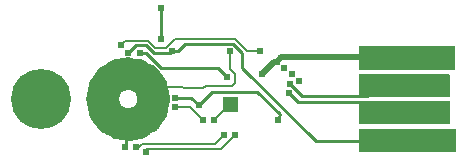
<source format=gbl>
G04 Layer: BottomLayer*
G04 EasyEDA v6.3.53, 2020-06-10T18:14:14+08:00*
G04 70510a8a35ed4085a1cd130cdd61ad63,2a3559ba94084103b258dd4c46581d95,10*
G04 Gerber Generator version 0.2*
G04 Scale: 100 percent, Rotated: No, Reflected: No *
G04 Dimensions in inches *
G04 leading zeros omitted , absolute positions ,2 integer and 4 decimal *
%FSLAX24Y24*%
%MOIN*%
G90*
G70D02*

%ADD10C,0.010000*%
%ADD12C,0.006000*%
%ADD15C,0.024000*%
%ADD29C,0.200000*%
%ADD30C,0.020000*%
%ADD31C,0.110000*%

%LPD*%
G36*
G01X16183Y6634D02*
G01X13023Y6634D01*
G01X13018Y6633D01*
G01X13012Y6631D01*
G01X13007Y6628D01*
G01X13003Y6625D01*
G01X12999Y6621D01*
G01X12995Y6616D01*
G01X12991Y6606D01*
G01X12989Y6600D01*
G01X12989Y5881D01*
G01X12991Y5876D01*
G01X12993Y5870D01*
G01X12995Y5865D01*
G01X13007Y5853D01*
G01X13012Y5851D01*
G01X13018Y5849D01*
G01X13023Y5847D01*
G01X16183Y5847D01*
G01X16189Y5849D01*
G01X16199Y5853D01*
G01X16203Y5857D01*
G01X16208Y5861D01*
G01X16211Y5865D01*
G01X16214Y5870D01*
G01X16216Y5876D01*
G01X16217Y5881D01*
G01X16217Y6600D01*
G01X16216Y6606D01*
G01X16214Y6611D01*
G01X16208Y6621D01*
G01X16203Y6625D01*
G01X16199Y6628D01*
G01X16194Y6631D01*
G01X16189Y6633D01*
G01X16183Y6634D01*
G37*

%LPD*%
G36*
G01X15986Y5709D02*
G01X13023Y5709D01*
G01X13018Y5708D01*
G01X13012Y5706D01*
G01X13007Y5703D01*
G01X12995Y5691D01*
G01X12993Y5686D01*
G01X12991Y5680D01*
G01X12989Y5675D01*
G01X12989Y4956D01*
G01X12991Y4951D01*
G01X12993Y4945D01*
G01X12995Y4940D01*
G01X13007Y4928D01*
G01X13012Y4925D01*
G01X13018Y4923D01*
G01X13023Y4922D01*
G01X15986Y4922D01*
G01X15992Y4923D01*
G01X15997Y4925D01*
G01X16002Y4928D01*
G01X16007Y4932D01*
G01X16011Y4936D01*
G01X16014Y4940D01*
G01X16017Y4945D01*
G01X16019Y4951D01*
G01X16020Y4956D01*
G01X16020Y5675D01*
G01X16019Y5680D01*
G01X16017Y5686D01*
G01X16014Y5691D01*
G01X16011Y5695D01*
G01X16007Y5699D01*
G01X16002Y5703D01*
G01X15997Y5706D01*
G01X15992Y5708D01*
G01X15986Y5709D01*
G37*

%LPD*%
G36*
G01X15986Y4815D02*
G01X13035Y4815D01*
G01X13023Y4813D01*
G01X13018Y4811D01*
G01X13013Y4808D01*
G01X13009Y4805D01*
G01X13004Y4801D01*
G01X12998Y4791D01*
G01X12996Y4786D01*
G01X12995Y4781D01*
G01X12995Y4062D01*
G01X12996Y4056D01*
G01X12998Y4051D01*
G01X13004Y4041D01*
G01X13009Y4037D01*
G01X13013Y4034D01*
G01X13018Y4031D01*
G01X13023Y4029D01*
G01X13035Y4027D01*
G01X15986Y4027D01*
G01X15992Y4028D01*
G01X15997Y4029D01*
G01X16003Y4031D01*
G01X16008Y4034D01*
G01X16012Y4037D01*
G01X16016Y4041D01*
G01X16020Y4046D01*
G01X16023Y4051D01*
G01X16025Y4056D01*
G01X16026Y4062D01*
G01X16026Y4781D01*
G01X16025Y4786D01*
G01X16023Y4791D01*
G01X16020Y4796D01*
G01X16016Y4801D01*
G01X16012Y4805D01*
G01X16008Y4808D01*
G01X16003Y4811D01*
G01X15997Y4813D01*
G01X15992Y4814D01*
G01X15986Y4815D01*
G37*

%LPD*%
G36*
G01X16190Y3877D02*
G01X13030Y3877D01*
G01X13025Y3876D01*
G01X13019Y3874D01*
G01X13014Y3871D01*
G01X13010Y3868D01*
G01X13006Y3864D01*
G01X13002Y3859D01*
G01X12998Y3849D01*
G01X12996Y3843D01*
G01X12996Y3124D01*
G01X12998Y3119D01*
G01X13000Y3113D01*
G01X13002Y3108D01*
G01X13014Y3096D01*
G01X13019Y3094D01*
G01X13025Y3092D01*
G01X13030Y3090D01*
G01X16190Y3090D01*
G01X16196Y3092D01*
G01X16206Y3096D01*
G01X16210Y3100D01*
G01X16215Y3104D01*
G01X16218Y3108D01*
G01X16221Y3113D01*
G01X16223Y3119D01*
G01X16224Y3124D01*
G01X16224Y3843D01*
G01X16223Y3849D01*
G01X16221Y3854D01*
G01X16215Y3864D01*
G01X16210Y3868D01*
G01X16206Y3871D01*
G01X16201Y3874D01*
G01X16196Y3876D01*
G01X16190Y3877D01*
G37*

%LPD*%
G54D12*
G01X7156Y5223D02*
G01X7107Y5272D01*
G01X6050Y5272D01*
G01X5246Y5717D01*
G54D30*
G01X10256Y6116D02*
G01X10406Y6266D01*
G01X14156Y6266D01*
G01X14156Y5967D01*
G54D12*
G01X6856Y4616D02*
G01X7356Y4616D01*
G01X7556Y4416D01*
G01X7806Y4166D01*
G54D10*
G01X6856Y4916D02*
G01X7406Y4916D01*
G01X7656Y4666D01*
G01X10306Y4166D02*
G01X10356Y4367D01*
G01X9606Y5117D01*
G01X8107Y5117D01*
G01X7656Y4666D01*
G01X5206Y3266D02*
G01X5239Y3299D01*
G01X5239Y4020D01*
G01X6756Y6466D02*
G01X6956Y6466D01*
G01X7206Y6716D01*
G01X8806Y6716D01*
G01X9106Y6416D01*
G01X9106Y5916D01*
G01X11556Y3466D01*
G01X14106Y3466D01*
G01X5306Y6416D02*
G01X5556Y6666D01*
G01X5906Y6666D01*
G01X6156Y6416D01*
G01X6706Y6416D01*
G01X6756Y6466D01*
G54D12*
G01X9696Y6466D02*
G01X9256Y6466D01*
G01X8856Y6866D01*
G01X6856Y6866D01*
G01X6556Y6566D01*
G01X6206Y6566D01*
G01X5956Y6816D01*
G01X5206Y6816D01*
G01X5056Y6666D01*
G01X5756Y3366D02*
G01X6006Y3366D01*
G01X6056Y3366D01*
G01X5556Y3266D02*
G01X5656Y3266D01*
G01X5756Y3366D01*
G01X8506Y3666D02*
G01X8206Y3366D01*
G01X6056Y3366D01*
G01X6056Y3366D01*
G01X5906Y3116D02*
G01X5906Y3216D01*
G01X8405Y3216D01*
G01X8856Y3667D01*
G54D30*
G01X9756Y5717D02*
G01X10155Y6116D01*
G01X10256Y6116D01*
G54D10*
G01X10706Y5367D02*
G01X11106Y4967D01*
G01X13306Y4967D01*
G01X13306Y5017D01*
G01X10656Y5117D02*
G01X10656Y5067D01*
G01X10956Y4767D01*
G01X14856Y4767D01*
G01X14856Y4417D01*
G01X6406Y7917D02*
G01X6406Y6867D01*
G54D12*
G01X8156Y4167D02*
G01X8686Y4697D01*
G01X8723Y4697D01*
G54D10*
G01X5706Y6416D02*
G01X5906Y6416D01*
G01X6405Y5917D01*
G01X8306Y5917D01*
G01X8606Y5617D01*
G54D12*
G01X8706Y6467D02*
G01X8706Y5866D01*
G01X8856Y5716D01*
G01X8856Y5416D01*
G01X8756Y5316D01*
G01X7906Y5316D01*
G01X7814Y5223D01*
G01X7156Y5223D01*
G36*
G01X8973Y4947D02*
G01X8473Y4947D01*
G01X8473Y4447D01*
G01X8973Y4447D01*
G01X8973Y4947D01*
G37*
G54D31*
G75*
G01X6157Y4868D02*
G03X6157Y4868I-850J0D01*
G01*
G54D29*
G01X2406Y4867D03*
G54D15*
G01X10756Y5716D03*
G01X10506Y5916D03*
G01X10256Y6116D03*
G01X7806Y4166D03*
G01X11006Y5466D03*
G01X8706Y6467D03*
G01X7656Y4666D03*
G01X10306Y4166D03*
G01X8606Y5617D03*
G01X10656Y5067D03*
G01X10706Y5367D03*
G01X6406Y6867D03*
G01X6406Y7917D03*
G01X8156Y4167D03*
G01X8506Y3666D03*
G01X8856Y3667D03*
G01X9756Y5717D03*
G01X5706Y6416D03*
G01X5906Y3116D03*
G01X5556Y3266D03*
G01X6756Y6466D03*
G01X9696Y6466D03*
G01X5056Y6666D03*
G01X5206Y3266D03*
G01X6856Y4616D03*
G01X6856Y4916D03*
G01X5306Y6416D03*
M00*
M02*

</source>
